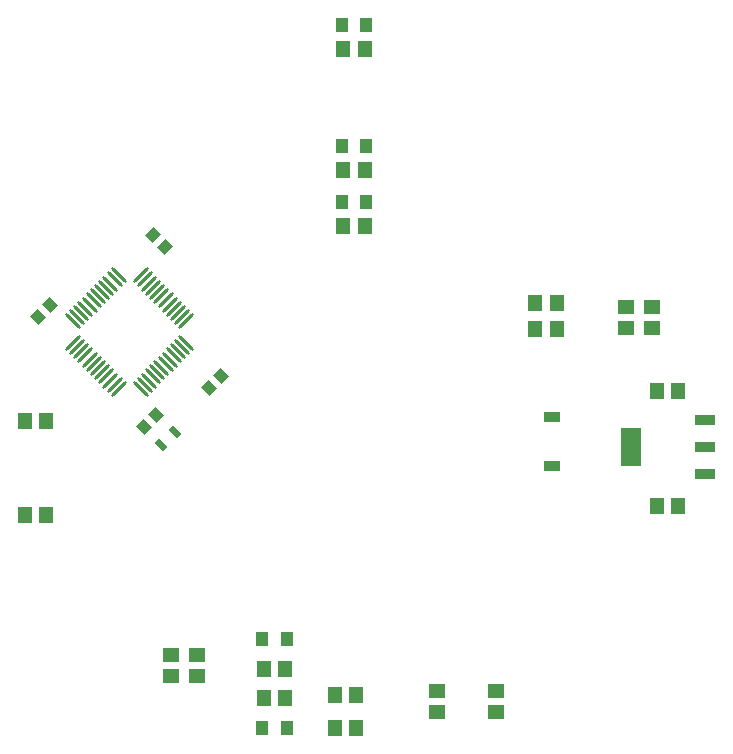
<source format=gtp>
G04*
G04 #@! TF.GenerationSoftware,Altium Limited,Altium Designer,19.1.8 (144)*
G04*
G04 Layer_Color=8421504*
%FSLAX44Y44*%
%MOMM*%
G71*
G01*
G75*
G04:AMPARAMS|DCode=15|XSize=0.3mm|YSize=1.8mm|CornerRadius=0mm|HoleSize=0mm|Usage=FLASHONLY|Rotation=135.000|XOffset=0mm|YOffset=0mm|HoleType=Round|Shape=Round|*
%AMOVALD15*
21,1,1.5000,0.3000,0.0000,0.0000,225.0*
1,1,0.3000,0.5303,0.5303*
1,1,0.3000,-0.5303,-0.5303*
%
%ADD15OVALD15*%

G04:AMPARAMS|DCode=16|XSize=0.3mm|YSize=1.8mm|CornerRadius=0mm|HoleSize=0mm|Usage=FLASHONLY|Rotation=225.000|XOffset=0mm|YOffset=0mm|HoleType=Round|Shape=Round|*
%AMOVALD16*
21,1,1.5000,0.3000,0.0000,0.0000,315.0*
1,1,0.3000,-0.5303,0.5303*
1,1,0.3000,0.5303,-0.5303*
%
%ADD16OVALD16*%

%ADD17R,1.2000X1.4000*%
%ADD18R,1.4000X1.2000*%
%ADD19R,1.4000X0.9500*%
G04:AMPARAMS|DCode=20|XSize=1.05mm|YSize=0.95mm|CornerRadius=0mm|HoleSize=0mm|Usage=FLASHONLY|Rotation=135.000|XOffset=0mm|YOffset=0mm|HoleType=Round|Shape=Rectangle|*
%AMROTATEDRECTD20*
4,1,4,0.7071,-0.0354,0.0354,-0.7071,-0.7071,0.0354,-0.0354,0.7071,0.7071,-0.0354,0.0*
%
%ADD20ROTATEDRECTD20*%

G04:AMPARAMS|DCode=21|XSize=1.05mm|YSize=0.55mm|CornerRadius=0mm|HoleSize=0mm|Usage=FLASHONLY|Rotation=135.000|XOffset=0mm|YOffset=0mm|HoleType=Round|Shape=Rectangle|*
%AMROTATEDRECTD21*
4,1,4,0.5657,-0.1768,0.1768,-0.5657,-0.5657,0.1768,-0.1768,0.5657,0.5657,-0.1768,0.0*
%
%ADD21ROTATEDRECTD21*%

G04:AMPARAMS|DCode=22|XSize=1.05mm|YSize=0.95mm|CornerRadius=0mm|HoleSize=0mm|Usage=FLASHONLY|Rotation=45.000|XOffset=0mm|YOffset=0mm|HoleType=Round|Shape=Rectangle|*
%AMROTATEDRECTD22*
4,1,4,-0.0354,-0.7071,-0.7071,-0.0354,0.0354,0.7071,0.7071,0.0354,-0.0354,-0.7071,0.0*
%
%ADD22ROTATEDRECTD22*%

G04:AMPARAMS|DCode=23|XSize=0.9mm|YSize=1.75mm|CornerRadius=0.0495mm|HoleSize=0mm|Usage=FLASHONLY|Rotation=270.000|XOffset=0mm|YOffset=0mm|HoleType=Round|Shape=RoundedRectangle|*
%AMROUNDEDRECTD23*
21,1,0.9000,1.6510,0,0,270.0*
21,1,0.8010,1.7500,0,0,270.0*
1,1,0.0990,-0.8255,-0.4005*
1,1,0.0990,-0.8255,0.4005*
1,1,0.0990,0.8255,0.4005*
1,1,0.0990,0.8255,-0.4005*
%
%ADD23ROUNDEDRECTD23*%
G04:AMPARAMS|DCode=24|XSize=3.2mm|YSize=1.75mm|CornerRadius=0.0525mm|HoleSize=0mm|Usage=FLASHONLY|Rotation=270.000|XOffset=0mm|YOffset=0mm|HoleType=Round|Shape=RoundedRectangle|*
%AMROUNDEDRECTD24*
21,1,3.2000,1.6450,0,0,270.0*
21,1,3.0950,1.7500,0,0,270.0*
1,1,0.1050,-0.8225,-1.5475*
1,1,0.1050,-0.8225,1.5475*
1,1,0.1050,0.8225,1.5475*
1,1,0.1050,0.8225,-1.5475*
%
%ADD24ROUNDEDRECTD24*%
%ADD25R,1.1000X1.2000*%
D15*
X148307Y324417D02*
D03*
X144772Y327952D02*
D03*
X141236Y331488D02*
D03*
X137701Y335023D02*
D03*
X134165Y338559D02*
D03*
X130630Y342095D02*
D03*
X127094Y345630D02*
D03*
X123559Y349165D02*
D03*
X120023Y352701D02*
D03*
X116488Y356237D02*
D03*
X112952Y359772D02*
D03*
X109416Y363308D02*
D03*
X166692Y420583D02*
D03*
X170227Y417048D02*
D03*
X173763Y413512D02*
D03*
X177299Y409977D02*
D03*
X180835Y406441D02*
D03*
X184370Y402906D02*
D03*
X187905Y399370D02*
D03*
X191441Y395835D02*
D03*
X194977Y392299D02*
D03*
X198512Y388764D02*
D03*
X202048Y385228D02*
D03*
X205583Y381693D02*
D03*
D16*
X109416D02*
D03*
X112952Y385228D02*
D03*
X116488Y388764D02*
D03*
X120023Y392299D02*
D03*
X123559Y395835D02*
D03*
X127094Y399370D02*
D03*
X130630Y402906D02*
D03*
X134165Y406441D02*
D03*
X137701Y409977D02*
D03*
X141236Y413512D02*
D03*
X144772Y417048D02*
D03*
X148307Y420583D02*
D03*
X205583Y363308D02*
D03*
X202048Y359772D02*
D03*
X198512Y356237D02*
D03*
X194976Y352701D02*
D03*
X191441Y349166D02*
D03*
X187905Y345630D02*
D03*
X184370Y342095D02*
D03*
X180834Y338559D02*
D03*
X177299Y335023D02*
D03*
X173763Y331488D02*
D03*
X170227Y327952D02*
D03*
X166692Y324417D02*
D03*
D17*
X86500Y297500D02*
D03*
X68500D02*
D03*
X68500Y217500D02*
D03*
X86500D02*
D03*
X501000Y375000D02*
D03*
X519000D02*
D03*
X501000Y397500D02*
D03*
X519000D02*
D03*
X331000Y37500D02*
D03*
X349000D02*
D03*
X331000Y65000D02*
D03*
X349000D02*
D03*
X622030Y225000D02*
D03*
X604030D02*
D03*
X289000Y62500D02*
D03*
X271000D02*
D03*
X289000Y87500D02*
D03*
X271000D02*
D03*
X338500Y462500D02*
D03*
X356500D02*
D03*
X338500Y510000D02*
D03*
X356500D02*
D03*
X338500Y612500D02*
D03*
X356500D02*
D03*
X622030Y322500D02*
D03*
X604030D02*
D03*
D18*
X600000Y394000D02*
D03*
Y376000D02*
D03*
X577500D02*
D03*
Y394000D02*
D03*
X417500Y69000D02*
D03*
Y51000D02*
D03*
X467500Y69000D02*
D03*
Y51000D02*
D03*
X214600Y81000D02*
D03*
Y99000D02*
D03*
X192100Y81000D02*
D03*
Y99000D02*
D03*
D19*
X515000Y259250D02*
D03*
Y300750D02*
D03*
D20*
X90126Y395126D02*
D03*
X79873Y384874D02*
D03*
X224873Y324874D02*
D03*
X235126Y335127D02*
D03*
X169874Y292374D02*
D03*
X180127Y302626D02*
D03*
D21*
X195833Y288334D02*
D03*
X184166Y276666D02*
D03*
D22*
X187627Y444874D02*
D03*
X177374Y455127D02*
D03*
D23*
X644280Y252000D02*
D03*
Y275000D02*
D03*
Y298000D02*
D03*
D24*
X581780Y275000D02*
D03*
D25*
X269500Y112500D02*
D03*
X290500D02*
D03*
X269500Y37500D02*
D03*
X290500D02*
D03*
X358000Y632500D02*
D03*
X337000D02*
D03*
X358000Y530000D02*
D03*
X337000D02*
D03*
X358000Y482500D02*
D03*
X337000D02*
D03*
M02*

</source>
